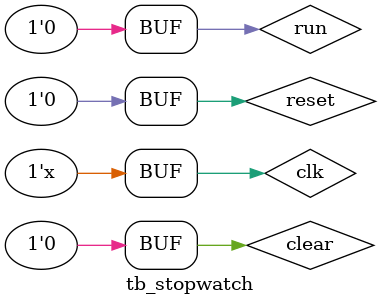
<source format=v>
`timescale 1ns / 1ps


module tb_stopwatch ();

    reg clk, reset, run, clear;
    wire [3:0] fnd_comm;
    wire [7:0] fnd_font;


    top_stopwatch uclk (
        .clk  (clk),
        .reset(reset),
        .btn_run (run),
        .btn_clear(clear),
        .fnd_comm(fnd_comm),
        .fnd_font(fnd_font)
    );

    always #0.05 clk = ~clk;

    initial begin
        clk   = 0;
        reset = 1;
        run   = 0;
        clear = 0;
        #10;
        reset = 0;
        run   = 1;
      #100000;
        #10;
        run = 0;


    end

endmodule

</source>
